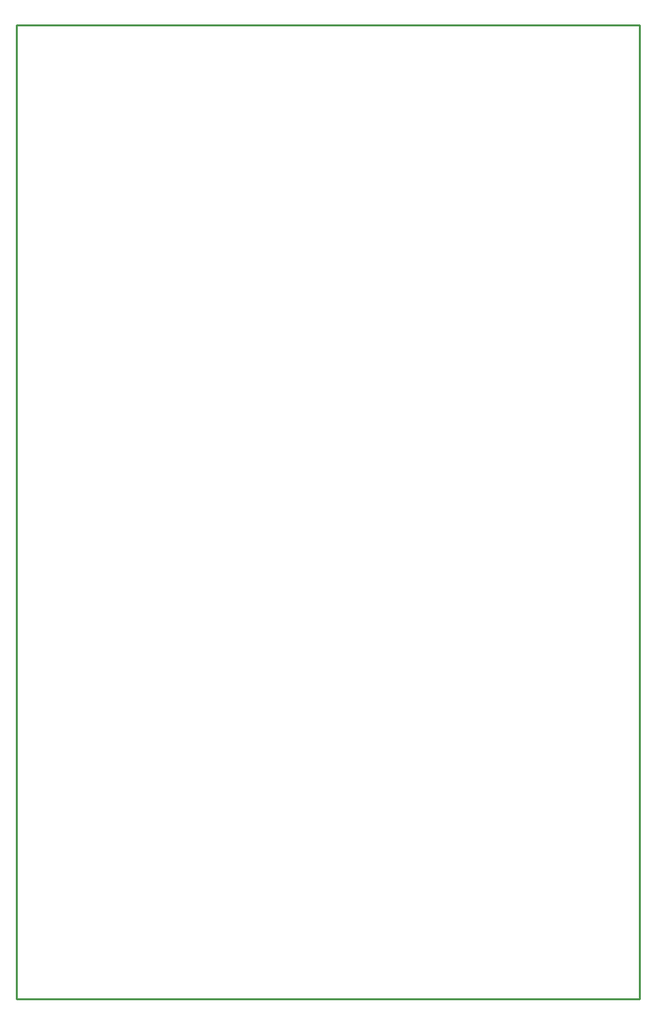
<source format=gm1>
G04*
G04 #@! TF.GenerationSoftware,Altium Limited,Altium Designer,20.1.12 (249)*
G04*
G04 Layer_Color=16711935*
%FSLAX25Y25*%
%MOIN*%
G70*
G04*
G04 #@! TF.SameCoordinates,38A4389A-7558-4E28-873A-C6C5AD051B8D*
G04*
G04*
G04 #@! TF.FilePolarity,Positive*
G04*
G01*
G75*
%ADD46C,0.00984*%
D46*
X0Y0D02*
Y492126D01*
X314961D01*
X314961Y0D01*
X0D02*
X314961D01*
M02*

</source>
